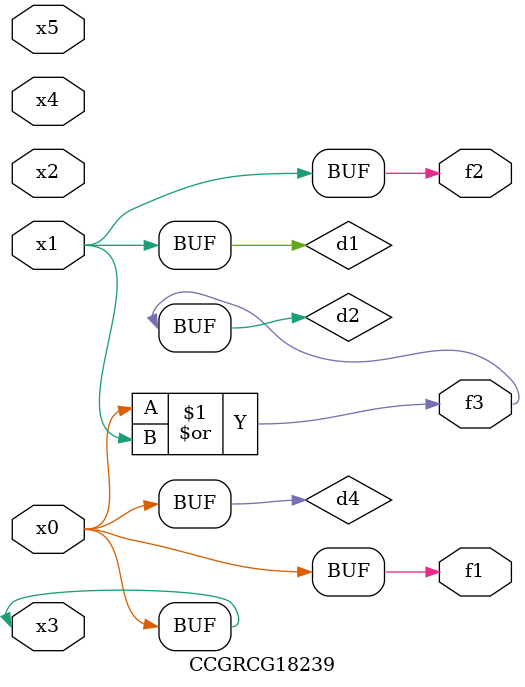
<source format=v>
module CCGRCG18239(
	input x0, x1, x2, x3, x4, x5,
	output f1, f2, f3
);

	wire d1, d2, d3, d4;

	and (d1, x1);
	or (d2, x0, x1);
	nand (d3, x0, x5);
	buf (d4, x0, x3);
	assign f1 = d4;
	assign f2 = d1;
	assign f3 = d2;
endmodule

</source>
